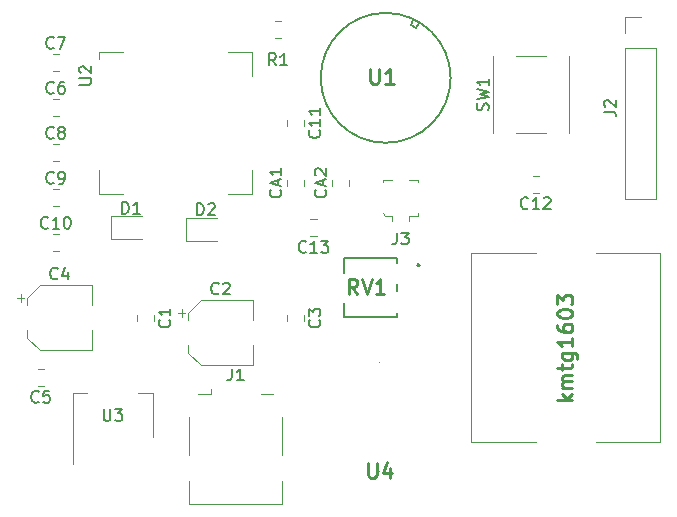
<source format=gbr>
G04 #@! TF.GenerationSoftware,KiCad,Pcbnew,(5.1.5-0-10_14)*
G04 #@! TF.CreationDate,2020-02-12T14:03:56+01:00*
G04 #@! TF.ProjectId,EDS_ALARM,4544535f-414c-4415-924d-2e6b69636164,rev?*
G04 #@! TF.SameCoordinates,Original*
G04 #@! TF.FileFunction,Legend,Top*
G04 #@! TF.FilePolarity,Positive*
%FSLAX46Y46*%
G04 Gerber Fmt 4.6, Leading zero omitted, Abs format (unit mm)*
G04 Created by KiCad (PCBNEW (5.1.5-0-10_14)) date 2020-02-12 14:03:56*
%MOMM*%
%LPD*%
G04 APERTURE LIST*
%ADD10C,0.120000*%
%ADD11C,0.200000*%
%ADD12C,0.254000*%
%ADD13C,0.100000*%
%ADD14C,0.150000*%
G04 APERTURE END LIST*
D10*
X186130000Y-101338748D02*
X186130000Y-101861252D01*
X184710000Y-101338748D02*
X184710000Y-101861252D01*
X188457500Y-100872500D02*
X188457500Y-101497500D01*
X188145000Y-101185000D02*
X188770000Y-101185000D01*
X189010000Y-104565563D02*
X190074437Y-105630000D01*
X189010000Y-101174437D02*
X190074437Y-100110000D01*
X189010000Y-101174437D02*
X189010000Y-101810000D01*
X189010000Y-104565563D02*
X189010000Y-103930000D01*
X190074437Y-105630000D02*
X194530000Y-105630000D01*
X190074437Y-100110000D02*
X194530000Y-100110000D01*
X194530000Y-100110000D02*
X194530000Y-101810000D01*
X194530000Y-105630000D02*
X194530000Y-103930000D01*
X197410000Y-101338748D02*
X197410000Y-101861252D01*
X198830000Y-101338748D02*
X198830000Y-101861252D01*
X180900000Y-104360000D02*
X180900000Y-102660000D01*
X180900000Y-98840000D02*
X180900000Y-100540000D01*
X176444437Y-98840000D02*
X180900000Y-98840000D01*
X176444437Y-104360000D02*
X180900000Y-104360000D01*
X175380000Y-103295563D02*
X175380000Y-102660000D01*
X175380000Y-99904437D02*
X175380000Y-100540000D01*
X175380000Y-99904437D02*
X176444437Y-98840000D01*
X175380000Y-103295563D02*
X176444437Y-104360000D01*
X174515000Y-99915000D02*
X175140000Y-99915000D01*
X174827500Y-99602500D02*
X174827500Y-100227500D01*
X176791252Y-107390000D02*
X176268748Y-107390000D01*
X176791252Y-105970000D02*
X176268748Y-105970000D01*
X177538748Y-83110000D02*
X178061252Y-83110000D01*
X177538748Y-84530000D02*
X178061252Y-84530000D01*
X177538748Y-80720000D02*
X178061252Y-80720000D01*
X177538748Y-79300000D02*
X178061252Y-79300000D01*
X177538748Y-86920000D02*
X178061252Y-86920000D01*
X177538748Y-88340000D02*
X178061252Y-88340000D01*
X177538748Y-92150000D02*
X178061252Y-92150000D01*
X177538748Y-90730000D02*
X178061252Y-90730000D01*
X177538748Y-94540000D02*
X178061252Y-94540000D01*
X177538748Y-95960000D02*
X178061252Y-95960000D01*
X197410000Y-84828748D02*
X197410000Y-85351252D01*
X198830000Y-84828748D02*
X198830000Y-85351252D01*
X218701252Y-91007000D02*
X218178748Y-91007000D01*
X218701252Y-89587000D02*
X218178748Y-89587000D01*
X199896252Y-93270000D02*
X199373748Y-93270000D01*
X199896252Y-94690000D02*
X199373748Y-94690000D01*
X198830000Y-90431252D02*
X198830000Y-89908748D01*
X197410000Y-90431252D02*
X197410000Y-89908748D01*
X201220000Y-90431252D02*
X201220000Y-89908748D01*
X202640000Y-90431252D02*
X202640000Y-89908748D01*
X196950000Y-117360000D02*
X189130000Y-117360000D01*
X190930000Y-108040000D02*
X190930000Y-107610000D01*
X196950000Y-117360000D02*
X196950000Y-115410000D01*
X196950000Y-113190000D02*
X196950000Y-109960000D01*
X195150000Y-108040000D02*
X196230000Y-108040000D01*
X189850000Y-108040000D02*
X190930000Y-108040000D01*
X189130000Y-113190000D02*
X189130000Y-109960000D01*
X189130000Y-117360000D02*
X189130000Y-115410000D01*
X226000000Y-91500000D02*
X228660000Y-91500000D01*
X226000000Y-78740000D02*
X226000000Y-91500000D01*
X228660000Y-78740000D02*
X228660000Y-91500000D01*
X226000000Y-78740000D02*
X228660000Y-78740000D01*
X226000000Y-77470000D02*
X226000000Y-76140000D01*
X226000000Y-76140000D02*
X227330000Y-76140000D01*
X207710000Y-92940000D02*
X207710000Y-93440000D01*
X206310000Y-92940000D02*
X206310000Y-93440000D01*
X206310000Y-92940000D02*
X205710000Y-92940000D01*
X205710000Y-92940000D02*
X205510000Y-92740000D01*
X208510000Y-92740000D02*
X208510000Y-92940000D01*
X208510000Y-92940000D02*
X207710000Y-92940000D01*
X207710000Y-89940000D02*
X208510000Y-89940000D01*
X208510000Y-89940000D02*
X208510000Y-90140000D01*
X205510000Y-90140000D02*
X205510000Y-89940000D01*
X205510000Y-89940000D02*
X206310000Y-89940000D01*
X196343748Y-76506000D02*
X196866252Y-76506000D01*
X196343748Y-77926000D02*
X196866252Y-77926000D01*
X181510000Y-89090000D02*
X181510000Y-91090000D01*
X181510000Y-91090000D02*
X183510000Y-91090000D01*
X194410000Y-89090000D02*
X194410000Y-91090000D01*
X192410000Y-91090000D02*
X194410000Y-91090000D01*
X181510000Y-79090000D02*
X181510000Y-79690000D01*
X181510000Y-79090000D02*
X183510000Y-79090000D01*
X192410000Y-79090000D02*
X194410000Y-79090000D01*
X194410000Y-79090000D02*
X194410000Y-81090000D01*
X186050000Y-107970000D02*
X184790000Y-107970000D01*
X179230000Y-107970000D02*
X180490000Y-107970000D01*
X186050000Y-111730000D02*
X186050000Y-107970000D01*
X179230000Y-113980000D02*
X179230000Y-107970000D01*
D11*
X211240000Y-81280000D02*
G75*
G03X211240000Y-81280000I-5500000J0D01*
G01*
X208289000Y-77021000D02*
X208565000Y-76673000D01*
X207912000Y-76789000D02*
X208289000Y-77021000D01*
X208072000Y-76427000D02*
X207912000Y-76789000D01*
D10*
X182465000Y-94940000D02*
X185150000Y-94940000D01*
X182465000Y-93020000D02*
X182465000Y-94940000D01*
X185150000Y-93020000D02*
X182465000Y-93020000D01*
X191500000Y-93147000D02*
X188815000Y-93147000D01*
X188815000Y-93147000D02*
X188815000Y-95067000D01*
X188815000Y-95067000D02*
X191500000Y-95067000D01*
D11*
X202220000Y-96560000D02*
X206720000Y-96560000D01*
X206720000Y-101560000D02*
X202220000Y-101560000D01*
X202220000Y-101560000D02*
X202220000Y-100310000D01*
X202220000Y-96560000D02*
X202220000Y-97810000D01*
X206720000Y-98760000D02*
X206720000Y-99360000D01*
X206720000Y-96560000D02*
X206720000Y-96960000D01*
X206720000Y-101560000D02*
X206720000Y-101210000D01*
D12*
X208594900Y-97136000D02*
G75*
G03X208594900Y-97136000I-76900J0D01*
G01*
D10*
X214825001Y-79451999D02*
X214855001Y-79451999D01*
X221285001Y-79451999D02*
X221255001Y-79451999D01*
X221285001Y-85911999D02*
X221255001Y-85911999D01*
X214855001Y-85911999D02*
X214825001Y-85911999D01*
X216755001Y-79451999D02*
X219355001Y-79451999D01*
X214825001Y-85911999D02*
X214825001Y-79451999D01*
X216755001Y-85911999D02*
X219355001Y-85911999D01*
X221285001Y-85911999D02*
X221285001Y-79451999D01*
D13*
X218440000Y-112140000D02*
X212980000Y-112140000D01*
X212980000Y-112140000D02*
X212980000Y-96140000D01*
X212980000Y-96140000D02*
X218440000Y-96140000D01*
X223520000Y-112140000D02*
X228980000Y-112140000D01*
X228980000Y-112140000D02*
X228980000Y-96520000D01*
X228980000Y-96520000D02*
X228980000Y-96140000D01*
X228980000Y-96140000D02*
X223520000Y-96140000D01*
X205210000Y-114560000D02*
X205210000Y-114560000D01*
X205210000Y-105360000D02*
X205210000Y-105360000D01*
D14*
X187427142Y-101766666D02*
X187474761Y-101814285D01*
X187522380Y-101957142D01*
X187522380Y-102052380D01*
X187474761Y-102195238D01*
X187379523Y-102290476D01*
X187284285Y-102338095D01*
X187093809Y-102385714D01*
X186950952Y-102385714D01*
X186760476Y-102338095D01*
X186665238Y-102290476D01*
X186570000Y-102195238D01*
X186522380Y-102052380D01*
X186522380Y-101957142D01*
X186570000Y-101814285D01*
X186617619Y-101766666D01*
X187522380Y-100814285D02*
X187522380Y-101385714D01*
X187522380Y-101100000D02*
X186522380Y-101100000D01*
X186665238Y-101195238D01*
X186760476Y-101290476D01*
X186808095Y-101385714D01*
X191603333Y-99527142D02*
X191555714Y-99574761D01*
X191412857Y-99622380D01*
X191317619Y-99622380D01*
X191174761Y-99574761D01*
X191079523Y-99479523D01*
X191031904Y-99384285D01*
X190984285Y-99193809D01*
X190984285Y-99050952D01*
X191031904Y-98860476D01*
X191079523Y-98765238D01*
X191174761Y-98670000D01*
X191317619Y-98622380D01*
X191412857Y-98622380D01*
X191555714Y-98670000D01*
X191603333Y-98717619D01*
X191984285Y-98717619D02*
X192031904Y-98670000D01*
X192127142Y-98622380D01*
X192365238Y-98622380D01*
X192460476Y-98670000D01*
X192508095Y-98717619D01*
X192555714Y-98812857D01*
X192555714Y-98908095D01*
X192508095Y-99050952D01*
X191936666Y-99622380D01*
X192555714Y-99622380D01*
X200127142Y-101766666D02*
X200174761Y-101814285D01*
X200222380Y-101957142D01*
X200222380Y-102052380D01*
X200174761Y-102195238D01*
X200079523Y-102290476D01*
X199984285Y-102338095D01*
X199793809Y-102385714D01*
X199650952Y-102385714D01*
X199460476Y-102338095D01*
X199365238Y-102290476D01*
X199270000Y-102195238D01*
X199222380Y-102052380D01*
X199222380Y-101957142D01*
X199270000Y-101814285D01*
X199317619Y-101766666D01*
X199222380Y-101433333D02*
X199222380Y-100814285D01*
X199603333Y-101147619D01*
X199603333Y-101004761D01*
X199650952Y-100909523D01*
X199698571Y-100861904D01*
X199793809Y-100814285D01*
X200031904Y-100814285D01*
X200127142Y-100861904D01*
X200174761Y-100909523D01*
X200222380Y-101004761D01*
X200222380Y-101290476D01*
X200174761Y-101385714D01*
X200127142Y-101433333D01*
X177973333Y-98257142D02*
X177925714Y-98304761D01*
X177782857Y-98352380D01*
X177687619Y-98352380D01*
X177544761Y-98304761D01*
X177449523Y-98209523D01*
X177401904Y-98114285D01*
X177354285Y-97923809D01*
X177354285Y-97780952D01*
X177401904Y-97590476D01*
X177449523Y-97495238D01*
X177544761Y-97400000D01*
X177687619Y-97352380D01*
X177782857Y-97352380D01*
X177925714Y-97400000D01*
X177973333Y-97447619D01*
X178830476Y-97685714D02*
X178830476Y-98352380D01*
X178592380Y-97304761D02*
X178354285Y-98019047D01*
X178973333Y-98019047D01*
X176363333Y-108687142D02*
X176315714Y-108734761D01*
X176172857Y-108782380D01*
X176077619Y-108782380D01*
X175934761Y-108734761D01*
X175839523Y-108639523D01*
X175791904Y-108544285D01*
X175744285Y-108353809D01*
X175744285Y-108210952D01*
X175791904Y-108020476D01*
X175839523Y-107925238D01*
X175934761Y-107830000D01*
X176077619Y-107782380D01*
X176172857Y-107782380D01*
X176315714Y-107830000D01*
X176363333Y-107877619D01*
X177268095Y-107782380D02*
X176791904Y-107782380D01*
X176744285Y-108258571D01*
X176791904Y-108210952D01*
X176887142Y-108163333D01*
X177125238Y-108163333D01*
X177220476Y-108210952D01*
X177268095Y-108258571D01*
X177315714Y-108353809D01*
X177315714Y-108591904D01*
X177268095Y-108687142D01*
X177220476Y-108734761D01*
X177125238Y-108782380D01*
X176887142Y-108782380D01*
X176791904Y-108734761D01*
X176744285Y-108687142D01*
X177633333Y-82527142D02*
X177585714Y-82574761D01*
X177442857Y-82622380D01*
X177347619Y-82622380D01*
X177204761Y-82574761D01*
X177109523Y-82479523D01*
X177061904Y-82384285D01*
X177014285Y-82193809D01*
X177014285Y-82050952D01*
X177061904Y-81860476D01*
X177109523Y-81765238D01*
X177204761Y-81670000D01*
X177347619Y-81622380D01*
X177442857Y-81622380D01*
X177585714Y-81670000D01*
X177633333Y-81717619D01*
X178490476Y-81622380D02*
X178300000Y-81622380D01*
X178204761Y-81670000D01*
X178157142Y-81717619D01*
X178061904Y-81860476D01*
X178014285Y-82050952D01*
X178014285Y-82431904D01*
X178061904Y-82527142D01*
X178109523Y-82574761D01*
X178204761Y-82622380D01*
X178395238Y-82622380D01*
X178490476Y-82574761D01*
X178538095Y-82527142D01*
X178585714Y-82431904D01*
X178585714Y-82193809D01*
X178538095Y-82098571D01*
X178490476Y-82050952D01*
X178395238Y-82003333D01*
X178204761Y-82003333D01*
X178109523Y-82050952D01*
X178061904Y-82098571D01*
X178014285Y-82193809D01*
X177633333Y-78717142D02*
X177585714Y-78764761D01*
X177442857Y-78812380D01*
X177347619Y-78812380D01*
X177204761Y-78764761D01*
X177109523Y-78669523D01*
X177061904Y-78574285D01*
X177014285Y-78383809D01*
X177014285Y-78240952D01*
X177061904Y-78050476D01*
X177109523Y-77955238D01*
X177204761Y-77860000D01*
X177347619Y-77812380D01*
X177442857Y-77812380D01*
X177585714Y-77860000D01*
X177633333Y-77907619D01*
X177966666Y-77812380D02*
X178633333Y-77812380D01*
X178204761Y-78812380D01*
X177633333Y-86337142D02*
X177585714Y-86384761D01*
X177442857Y-86432380D01*
X177347619Y-86432380D01*
X177204761Y-86384761D01*
X177109523Y-86289523D01*
X177061904Y-86194285D01*
X177014285Y-86003809D01*
X177014285Y-85860952D01*
X177061904Y-85670476D01*
X177109523Y-85575238D01*
X177204761Y-85480000D01*
X177347619Y-85432380D01*
X177442857Y-85432380D01*
X177585714Y-85480000D01*
X177633333Y-85527619D01*
X178204761Y-85860952D02*
X178109523Y-85813333D01*
X178061904Y-85765714D01*
X178014285Y-85670476D01*
X178014285Y-85622857D01*
X178061904Y-85527619D01*
X178109523Y-85480000D01*
X178204761Y-85432380D01*
X178395238Y-85432380D01*
X178490476Y-85480000D01*
X178538095Y-85527619D01*
X178585714Y-85622857D01*
X178585714Y-85670476D01*
X178538095Y-85765714D01*
X178490476Y-85813333D01*
X178395238Y-85860952D01*
X178204761Y-85860952D01*
X178109523Y-85908571D01*
X178061904Y-85956190D01*
X178014285Y-86051428D01*
X178014285Y-86241904D01*
X178061904Y-86337142D01*
X178109523Y-86384761D01*
X178204761Y-86432380D01*
X178395238Y-86432380D01*
X178490476Y-86384761D01*
X178538095Y-86337142D01*
X178585714Y-86241904D01*
X178585714Y-86051428D01*
X178538095Y-85956190D01*
X178490476Y-85908571D01*
X178395238Y-85860952D01*
X177633333Y-90147142D02*
X177585714Y-90194761D01*
X177442857Y-90242380D01*
X177347619Y-90242380D01*
X177204761Y-90194761D01*
X177109523Y-90099523D01*
X177061904Y-90004285D01*
X177014285Y-89813809D01*
X177014285Y-89670952D01*
X177061904Y-89480476D01*
X177109523Y-89385238D01*
X177204761Y-89290000D01*
X177347619Y-89242380D01*
X177442857Y-89242380D01*
X177585714Y-89290000D01*
X177633333Y-89337619D01*
X178109523Y-90242380D02*
X178300000Y-90242380D01*
X178395238Y-90194761D01*
X178442857Y-90147142D01*
X178538095Y-90004285D01*
X178585714Y-89813809D01*
X178585714Y-89432857D01*
X178538095Y-89337619D01*
X178490476Y-89290000D01*
X178395238Y-89242380D01*
X178204761Y-89242380D01*
X178109523Y-89290000D01*
X178061904Y-89337619D01*
X178014285Y-89432857D01*
X178014285Y-89670952D01*
X178061904Y-89766190D01*
X178109523Y-89813809D01*
X178204761Y-89861428D01*
X178395238Y-89861428D01*
X178490476Y-89813809D01*
X178538095Y-89766190D01*
X178585714Y-89670952D01*
X177157142Y-93957142D02*
X177109523Y-94004761D01*
X176966666Y-94052380D01*
X176871428Y-94052380D01*
X176728571Y-94004761D01*
X176633333Y-93909523D01*
X176585714Y-93814285D01*
X176538095Y-93623809D01*
X176538095Y-93480952D01*
X176585714Y-93290476D01*
X176633333Y-93195238D01*
X176728571Y-93100000D01*
X176871428Y-93052380D01*
X176966666Y-93052380D01*
X177109523Y-93100000D01*
X177157142Y-93147619D01*
X178109523Y-94052380D02*
X177538095Y-94052380D01*
X177823809Y-94052380D02*
X177823809Y-93052380D01*
X177728571Y-93195238D01*
X177633333Y-93290476D01*
X177538095Y-93338095D01*
X178728571Y-93052380D02*
X178823809Y-93052380D01*
X178919047Y-93100000D01*
X178966666Y-93147619D01*
X179014285Y-93242857D01*
X179061904Y-93433333D01*
X179061904Y-93671428D01*
X179014285Y-93861904D01*
X178966666Y-93957142D01*
X178919047Y-94004761D01*
X178823809Y-94052380D01*
X178728571Y-94052380D01*
X178633333Y-94004761D01*
X178585714Y-93957142D01*
X178538095Y-93861904D01*
X178490476Y-93671428D01*
X178490476Y-93433333D01*
X178538095Y-93242857D01*
X178585714Y-93147619D01*
X178633333Y-93100000D01*
X178728571Y-93052380D01*
X200127142Y-85732857D02*
X200174761Y-85780476D01*
X200222380Y-85923333D01*
X200222380Y-86018571D01*
X200174761Y-86161428D01*
X200079523Y-86256666D01*
X199984285Y-86304285D01*
X199793809Y-86351904D01*
X199650952Y-86351904D01*
X199460476Y-86304285D01*
X199365238Y-86256666D01*
X199270000Y-86161428D01*
X199222380Y-86018571D01*
X199222380Y-85923333D01*
X199270000Y-85780476D01*
X199317619Y-85732857D01*
X200222380Y-84780476D02*
X200222380Y-85351904D01*
X200222380Y-85066190D02*
X199222380Y-85066190D01*
X199365238Y-85161428D01*
X199460476Y-85256666D01*
X199508095Y-85351904D01*
X200222380Y-83828095D02*
X200222380Y-84399523D01*
X200222380Y-84113809D02*
X199222380Y-84113809D01*
X199365238Y-84209047D01*
X199460476Y-84304285D01*
X199508095Y-84399523D01*
X217797142Y-92304142D02*
X217749523Y-92351761D01*
X217606666Y-92399380D01*
X217511428Y-92399380D01*
X217368571Y-92351761D01*
X217273333Y-92256523D01*
X217225714Y-92161285D01*
X217178095Y-91970809D01*
X217178095Y-91827952D01*
X217225714Y-91637476D01*
X217273333Y-91542238D01*
X217368571Y-91447000D01*
X217511428Y-91399380D01*
X217606666Y-91399380D01*
X217749523Y-91447000D01*
X217797142Y-91494619D01*
X218749523Y-92399380D02*
X218178095Y-92399380D01*
X218463809Y-92399380D02*
X218463809Y-91399380D01*
X218368571Y-91542238D01*
X218273333Y-91637476D01*
X218178095Y-91685095D01*
X219130476Y-91494619D02*
X219178095Y-91447000D01*
X219273333Y-91399380D01*
X219511428Y-91399380D01*
X219606666Y-91447000D01*
X219654285Y-91494619D01*
X219701904Y-91589857D01*
X219701904Y-91685095D01*
X219654285Y-91827952D01*
X219082857Y-92399380D01*
X219701904Y-92399380D01*
X198992142Y-95987142D02*
X198944523Y-96034761D01*
X198801666Y-96082380D01*
X198706428Y-96082380D01*
X198563571Y-96034761D01*
X198468333Y-95939523D01*
X198420714Y-95844285D01*
X198373095Y-95653809D01*
X198373095Y-95510952D01*
X198420714Y-95320476D01*
X198468333Y-95225238D01*
X198563571Y-95130000D01*
X198706428Y-95082380D01*
X198801666Y-95082380D01*
X198944523Y-95130000D01*
X198992142Y-95177619D01*
X199944523Y-96082380D02*
X199373095Y-96082380D01*
X199658809Y-96082380D02*
X199658809Y-95082380D01*
X199563571Y-95225238D01*
X199468333Y-95320476D01*
X199373095Y-95368095D01*
X200277857Y-95082380D02*
X200896904Y-95082380D01*
X200563571Y-95463333D01*
X200706428Y-95463333D01*
X200801666Y-95510952D01*
X200849285Y-95558571D01*
X200896904Y-95653809D01*
X200896904Y-95891904D01*
X200849285Y-95987142D01*
X200801666Y-96034761D01*
X200706428Y-96082380D01*
X200420714Y-96082380D01*
X200325476Y-96034761D01*
X200277857Y-95987142D01*
X196827142Y-90765238D02*
X196874761Y-90812857D01*
X196922380Y-90955714D01*
X196922380Y-91050952D01*
X196874761Y-91193809D01*
X196779523Y-91289047D01*
X196684285Y-91336666D01*
X196493809Y-91384285D01*
X196350952Y-91384285D01*
X196160476Y-91336666D01*
X196065238Y-91289047D01*
X195970000Y-91193809D01*
X195922380Y-91050952D01*
X195922380Y-90955714D01*
X195970000Y-90812857D01*
X196017619Y-90765238D01*
X196636666Y-90384285D02*
X196636666Y-89908095D01*
X196922380Y-90479523D02*
X195922380Y-90146190D01*
X196922380Y-89812857D01*
X196922380Y-88955714D02*
X196922380Y-89527142D01*
X196922380Y-89241428D02*
X195922380Y-89241428D01*
X196065238Y-89336666D01*
X196160476Y-89431904D01*
X196208095Y-89527142D01*
X200637142Y-90765238D02*
X200684761Y-90812857D01*
X200732380Y-90955714D01*
X200732380Y-91050952D01*
X200684761Y-91193809D01*
X200589523Y-91289047D01*
X200494285Y-91336666D01*
X200303809Y-91384285D01*
X200160952Y-91384285D01*
X199970476Y-91336666D01*
X199875238Y-91289047D01*
X199780000Y-91193809D01*
X199732380Y-91050952D01*
X199732380Y-90955714D01*
X199780000Y-90812857D01*
X199827619Y-90765238D01*
X200446666Y-90384285D02*
X200446666Y-89908095D01*
X200732380Y-90479523D02*
X199732380Y-90146190D01*
X200732380Y-89812857D01*
X199827619Y-89527142D02*
X199780000Y-89479523D01*
X199732380Y-89384285D01*
X199732380Y-89146190D01*
X199780000Y-89050952D01*
X199827619Y-89003333D01*
X199922857Y-88955714D01*
X200018095Y-88955714D01*
X200160952Y-89003333D01*
X200732380Y-89574761D01*
X200732380Y-88955714D01*
X192706666Y-105902380D02*
X192706666Y-106616666D01*
X192659047Y-106759523D01*
X192563809Y-106854761D01*
X192420952Y-106902380D01*
X192325714Y-106902380D01*
X193706666Y-106902380D02*
X193135238Y-106902380D01*
X193420952Y-106902380D02*
X193420952Y-105902380D01*
X193325714Y-106045238D01*
X193230476Y-106140476D01*
X193135238Y-106188095D01*
X224242380Y-84153333D02*
X224956666Y-84153333D01*
X225099523Y-84200952D01*
X225194761Y-84296190D01*
X225242380Y-84439047D01*
X225242380Y-84534285D01*
X224337619Y-83724761D02*
X224290000Y-83677142D01*
X224242380Y-83581904D01*
X224242380Y-83343809D01*
X224290000Y-83248571D01*
X224337619Y-83200952D01*
X224432857Y-83153333D01*
X224528095Y-83153333D01*
X224670952Y-83200952D01*
X225242380Y-83772380D01*
X225242380Y-83153333D01*
X206676666Y-94392380D02*
X206676666Y-95106666D01*
X206629047Y-95249523D01*
X206533809Y-95344761D01*
X206390952Y-95392380D01*
X206295714Y-95392380D01*
X207057619Y-94392380D02*
X207676666Y-94392380D01*
X207343333Y-94773333D01*
X207486190Y-94773333D01*
X207581428Y-94820952D01*
X207629047Y-94868571D01*
X207676666Y-94963809D01*
X207676666Y-95201904D01*
X207629047Y-95297142D01*
X207581428Y-95344761D01*
X207486190Y-95392380D01*
X207200476Y-95392380D01*
X207105238Y-95344761D01*
X207057619Y-95297142D01*
X196438333Y-80208380D02*
X196105000Y-79732190D01*
X195866904Y-80208380D02*
X195866904Y-79208380D01*
X196247857Y-79208380D01*
X196343095Y-79256000D01*
X196390714Y-79303619D01*
X196438333Y-79398857D01*
X196438333Y-79541714D01*
X196390714Y-79636952D01*
X196343095Y-79684571D01*
X196247857Y-79732190D01*
X195866904Y-79732190D01*
X197390714Y-80208380D02*
X196819285Y-80208380D01*
X197105000Y-80208380D02*
X197105000Y-79208380D01*
X197009761Y-79351238D01*
X196914523Y-79446476D01*
X196819285Y-79494095D01*
X179812380Y-81851904D02*
X180621904Y-81851904D01*
X180717142Y-81804285D01*
X180764761Y-81756666D01*
X180812380Y-81661428D01*
X180812380Y-81470952D01*
X180764761Y-81375714D01*
X180717142Y-81328095D01*
X180621904Y-81280476D01*
X179812380Y-81280476D01*
X179907619Y-80851904D02*
X179860000Y-80804285D01*
X179812380Y-80709047D01*
X179812380Y-80470952D01*
X179860000Y-80375714D01*
X179907619Y-80328095D01*
X180002857Y-80280476D01*
X180098095Y-80280476D01*
X180240952Y-80328095D01*
X180812380Y-80899523D01*
X180812380Y-80280476D01*
X181864095Y-109307380D02*
X181864095Y-110116904D01*
X181911714Y-110212142D01*
X181959333Y-110259761D01*
X182054571Y-110307380D01*
X182245047Y-110307380D01*
X182340285Y-110259761D01*
X182387904Y-110212142D01*
X182435523Y-110116904D01*
X182435523Y-109307380D01*
X182816476Y-109307380D02*
X183435523Y-109307380D01*
X183102190Y-109688333D01*
X183245047Y-109688333D01*
X183340285Y-109735952D01*
X183387904Y-109783571D01*
X183435523Y-109878809D01*
X183435523Y-110116904D01*
X183387904Y-110212142D01*
X183340285Y-110259761D01*
X183245047Y-110307380D01*
X182959333Y-110307380D01*
X182864095Y-110259761D01*
X182816476Y-110212142D01*
D12*
X204449380Y-80503523D02*
X204449380Y-81531619D01*
X204509857Y-81652571D01*
X204570333Y-81713047D01*
X204691285Y-81773523D01*
X204933190Y-81773523D01*
X205054142Y-81713047D01*
X205114619Y-81652571D01*
X205175095Y-81531619D01*
X205175095Y-80503523D01*
X206445095Y-81773523D02*
X205719380Y-81773523D01*
X206082238Y-81773523D02*
X206082238Y-80503523D01*
X205961285Y-80684952D01*
X205840333Y-80805904D01*
X205719380Y-80866380D01*
D14*
X183411904Y-92782380D02*
X183411904Y-91782380D01*
X183650000Y-91782380D01*
X183792857Y-91830000D01*
X183888095Y-91925238D01*
X183935714Y-92020476D01*
X183983333Y-92210952D01*
X183983333Y-92353809D01*
X183935714Y-92544285D01*
X183888095Y-92639523D01*
X183792857Y-92734761D01*
X183650000Y-92782380D01*
X183411904Y-92782380D01*
X184935714Y-92782380D02*
X184364285Y-92782380D01*
X184650000Y-92782380D02*
X184650000Y-91782380D01*
X184554761Y-91925238D01*
X184459523Y-92020476D01*
X184364285Y-92068095D01*
X189761904Y-92909380D02*
X189761904Y-91909380D01*
X190000000Y-91909380D01*
X190142857Y-91957000D01*
X190238095Y-92052238D01*
X190285714Y-92147476D01*
X190333333Y-92337952D01*
X190333333Y-92480809D01*
X190285714Y-92671285D01*
X190238095Y-92766523D01*
X190142857Y-92861761D01*
X190000000Y-92909380D01*
X189761904Y-92909380D01*
X190714285Y-92004619D02*
X190761904Y-91957000D01*
X190857142Y-91909380D01*
X191095238Y-91909380D01*
X191190476Y-91957000D01*
X191238095Y-92004619D01*
X191285714Y-92099857D01*
X191285714Y-92195095D01*
X191238095Y-92337952D01*
X190666666Y-92909380D01*
X191285714Y-92909380D01*
D12*
X203343047Y-99586523D02*
X202919714Y-98981761D01*
X202617333Y-99586523D02*
X202617333Y-98316523D01*
X203101142Y-98316523D01*
X203222095Y-98377000D01*
X203282571Y-98437476D01*
X203343047Y-98558428D01*
X203343047Y-98739857D01*
X203282571Y-98860809D01*
X203222095Y-98921285D01*
X203101142Y-98981761D01*
X202617333Y-98981761D01*
X203705904Y-98316523D02*
X204129238Y-99586523D01*
X204552571Y-98316523D01*
X205641142Y-99586523D02*
X204915428Y-99586523D01*
X205278285Y-99586523D02*
X205278285Y-98316523D01*
X205157333Y-98497952D01*
X205036380Y-98618904D01*
X204915428Y-98679380D01*
D14*
X214409762Y-84015332D02*
X214457381Y-83872475D01*
X214457381Y-83634379D01*
X214409762Y-83539141D01*
X214362143Y-83491522D01*
X214266905Y-83443903D01*
X214171667Y-83443903D01*
X214076429Y-83491522D01*
X214028810Y-83539141D01*
X213981191Y-83634379D01*
X213933572Y-83824856D01*
X213885953Y-83920094D01*
X213838334Y-83967713D01*
X213743096Y-84015332D01*
X213647858Y-84015332D01*
X213552620Y-83967713D01*
X213505001Y-83920094D01*
X213457381Y-83824856D01*
X213457381Y-83586760D01*
X213505001Y-83443903D01*
X213457381Y-83110570D02*
X214457381Y-82872475D01*
X213743096Y-82681999D01*
X214457381Y-82491522D01*
X213457381Y-82253427D01*
X214457381Y-81348665D02*
X214457381Y-81920094D01*
X214457381Y-81634379D02*
X213457381Y-81634379D01*
X213600239Y-81729618D01*
X213695477Y-81824856D01*
X213743096Y-81920094D01*
D12*
X221554523Y-108554761D02*
X220284523Y-108554761D01*
X221070714Y-108433809D02*
X221554523Y-108070952D01*
X220707857Y-108070952D02*
X221191666Y-108554761D01*
X221554523Y-107526666D02*
X220707857Y-107526666D01*
X220828809Y-107526666D02*
X220768333Y-107466190D01*
X220707857Y-107345238D01*
X220707857Y-107163809D01*
X220768333Y-107042857D01*
X220889285Y-106982380D01*
X221554523Y-106982380D01*
X220889285Y-106982380D02*
X220768333Y-106921904D01*
X220707857Y-106800952D01*
X220707857Y-106619523D01*
X220768333Y-106498571D01*
X220889285Y-106438095D01*
X221554523Y-106438095D01*
X220707857Y-106014761D02*
X220707857Y-105530952D01*
X220284523Y-105833333D02*
X221373095Y-105833333D01*
X221494047Y-105772857D01*
X221554523Y-105651904D01*
X221554523Y-105530952D01*
X220707857Y-104563333D02*
X221735952Y-104563333D01*
X221856904Y-104623809D01*
X221917380Y-104684285D01*
X221977857Y-104805238D01*
X221977857Y-104986666D01*
X221917380Y-105107619D01*
X221494047Y-104563333D02*
X221554523Y-104684285D01*
X221554523Y-104926190D01*
X221494047Y-105047142D01*
X221433571Y-105107619D01*
X221312619Y-105168095D01*
X220949761Y-105168095D01*
X220828809Y-105107619D01*
X220768333Y-105047142D01*
X220707857Y-104926190D01*
X220707857Y-104684285D01*
X220768333Y-104563333D01*
X221554523Y-103293333D02*
X221554523Y-104019047D01*
X221554523Y-103656190D02*
X220284523Y-103656190D01*
X220465952Y-103777142D01*
X220586904Y-103898095D01*
X220647380Y-104019047D01*
X220284523Y-102204761D02*
X220284523Y-102446666D01*
X220345000Y-102567619D01*
X220405476Y-102628095D01*
X220586904Y-102749047D01*
X220828809Y-102809523D01*
X221312619Y-102809523D01*
X221433571Y-102749047D01*
X221494047Y-102688571D01*
X221554523Y-102567619D01*
X221554523Y-102325714D01*
X221494047Y-102204761D01*
X221433571Y-102144285D01*
X221312619Y-102083809D01*
X221010238Y-102083809D01*
X220889285Y-102144285D01*
X220828809Y-102204761D01*
X220768333Y-102325714D01*
X220768333Y-102567619D01*
X220828809Y-102688571D01*
X220889285Y-102749047D01*
X221010238Y-102809523D01*
X220284523Y-101297619D02*
X220284523Y-101176666D01*
X220345000Y-101055714D01*
X220405476Y-100995238D01*
X220526428Y-100934761D01*
X220768333Y-100874285D01*
X221070714Y-100874285D01*
X221312619Y-100934761D01*
X221433571Y-100995238D01*
X221494047Y-101055714D01*
X221554523Y-101176666D01*
X221554523Y-101297619D01*
X221494047Y-101418571D01*
X221433571Y-101479047D01*
X221312619Y-101539523D01*
X221070714Y-101600000D01*
X220768333Y-101600000D01*
X220526428Y-101539523D01*
X220405476Y-101479047D01*
X220345000Y-101418571D01*
X220284523Y-101297619D01*
X220284523Y-100450952D02*
X220284523Y-99664761D01*
X220768333Y-100088095D01*
X220768333Y-99906666D01*
X220828809Y-99785714D01*
X220889285Y-99725238D01*
X221010238Y-99664761D01*
X221312619Y-99664761D01*
X221433571Y-99725238D01*
X221494047Y-99785714D01*
X221554523Y-99906666D01*
X221554523Y-100269523D01*
X221494047Y-100390476D01*
X221433571Y-100450952D01*
X204242380Y-113864523D02*
X204242380Y-114892619D01*
X204302857Y-115013571D01*
X204363333Y-115074047D01*
X204484285Y-115134523D01*
X204726190Y-115134523D01*
X204847142Y-115074047D01*
X204907619Y-115013571D01*
X204968095Y-114892619D01*
X204968095Y-113864523D01*
X206117142Y-114287857D02*
X206117142Y-115134523D01*
X205814761Y-113804047D02*
X205512380Y-114711190D01*
X206298571Y-114711190D01*
M02*

</source>
